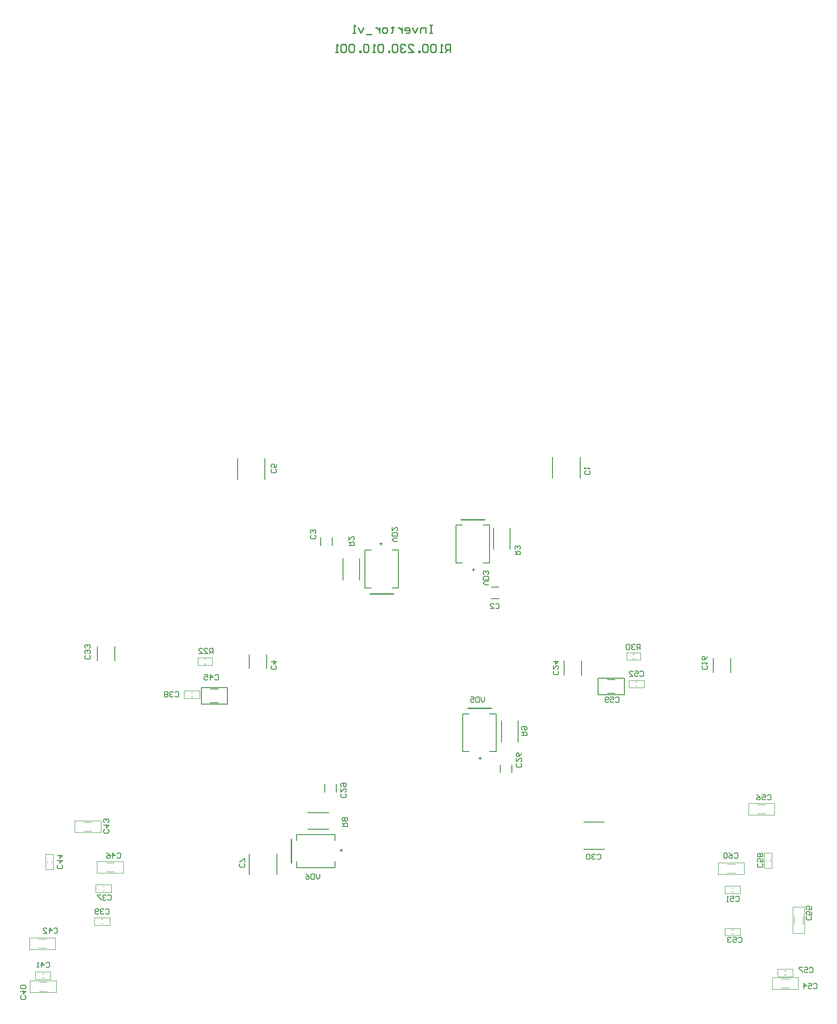
<source format=gbo>
%FSTAX23Y23*%
%MOIN*%
%SFA1B1*%

%IPPOS*%
%ADD59C,0.009800*%
%ADD60C,0.005000*%
%ADD62C,0.010000*%
%ADD63C,0.007900*%
%ADD65C,0.006000*%
%ADD67C,0.003900*%
%ADD68C,0.005900*%
%LNr100.230.010.000-00_invertor-1*%
%LPD*%
G54D59*
X03346Y07517D02*
Y07576D01*
X03316*
X03307Y07566*
Y07547*
X03316Y07537*
X03346*
X03326D02*
X03307Y07517D01*
X03287D02*
X03267D01*
X03277*
Y07576*
X03287Y07566*
X03238D02*
X03228Y07576D01*
X03208*
X03198Y07566*
Y07527*
X03208Y07517*
X03228*
X03238Y07527*
Y07566*
X03179D02*
X03169Y07576D01*
X03149*
X03139Y07566*
Y07527*
X03149Y07517*
X03169*
X03179Y07527*
Y07566*
X0312Y07517D02*
Y07527D01*
X0311*
Y07517*
X0312*
X03031D02*
X03071D01*
X03031Y07557*
Y07566*
X03041Y07576*
X03061*
X03071Y07566*
X03011D02*
X03002Y07576D01*
X02982*
X02972Y07566*
Y07557*
X02982Y07547*
X02992*
X02982*
X02972Y07537*
Y07527*
X02982Y07517*
X03002*
X03011Y07527*
X02952Y07566D02*
X02943Y07576D01*
X02923*
X02913Y07566*
Y07527*
X02923Y07517*
X02943*
X02952Y07527*
Y07566*
X02893Y07517D02*
Y07527D01*
X02884*
Y07517*
X02893*
X02844Y07566D02*
X02834Y07576D01*
X02815*
X02805Y07566*
Y07527*
X02815Y07517*
X02834*
X02844Y07527*
Y07566*
X02785Y07517D02*
X02765D01*
X02775*
Y07576*
X02785Y07566*
X02736D02*
X02726Y07576D01*
X02706*
X02697Y07566*
Y07527*
X02706Y07517*
X02726*
X02736Y07527*
Y07566*
X02677Y07517D02*
Y07527D01*
X02667*
Y07517*
X02677*
X02628Y07566D02*
X02618Y07576D01*
X02598*
X02588Y07566*
Y07527*
X02598Y07517*
X02618*
X02628Y07527*
Y07566*
X02569D02*
X02559Y07576D01*
X02539*
X02529Y07566*
Y07527*
X02539Y07517*
X02559*
X02569Y07527*
Y07566*
X0251Y07517D02*
X0249D01*
X025*
Y07576*
X0251Y07566*
X03211Y07721D02*
X03191D01*
X03201*
Y07662*
X03211*
X03191*
X03161D02*
Y07701D01*
X03132*
X03122Y07691*
Y07662*
X03102Y07701D02*
X03083Y07662D01*
X03063Y07701*
X03014Y07662D02*
X03034D01*
X03043Y07671*
Y07691*
X03034Y07701*
X03014*
X03004Y07691*
Y07681*
X03043*
X02984Y07701D02*
Y07662D01*
Y07681*
X02974Y07691*
X02965Y07701*
X02955*
X02915Y07711D02*
Y07701D01*
X02925*
X02906*
X02915*
Y07671*
X02906Y07662*
X02866D02*
X02847D01*
X02837Y07671*
Y07691*
X02847Y07701*
X02866*
X02876Y07691*
Y07671*
X02866Y07662*
X02817Y07701D02*
Y07662D01*
Y07681*
X02807Y07691*
X02797Y07701*
X02788*
X02758Y07652D02*
X02719D01*
X02699Y07701D02*
X02679Y07662D01*
X0266Y07701*
X0264Y07662D02*
X0262D01*
X0263*
Y07721*
X0264Y07711*
G54D60*
X01487Y02778D02*
X01682D01*
X01487Y02655D02*
Y02778D01*
Y02655D02*
X01682D01*
Y02778*
X04449Y02723D02*
X04644D01*
Y02846*
X04449D02*
X04644D01*
X04449Y02723D02*
Y02846D01*
G54D62*
X02746Y03477D02*
X02923D01*
X03425Y04032D02*
X03602D01*
X03474Y02625D02*
X03651D01*
X02158Y0147D02*
Y01647D01*
G54D63*
X02912Y03519D02*
X02958D01*
X02912Y03803D02*
X02958D01*
X0271Y03519D02*
X02756D01*
X0271Y03803D02*
X02756D01*
X02958Y03519D02*
Y03803D01*
X0271Y03519D02*
Y03803D01*
X03389Y0399D02*
X03436D01*
X03389Y03706D02*
X03436D01*
X03591Y0399D02*
X03637D01*
X03591Y03706D02*
X03637D01*
X03389D02*
Y0399D01*
X03637Y03706D02*
Y0399D01*
X03439Y02582D02*
X03485D01*
X03439Y02299D02*
X03485D01*
X0364Y02582D02*
X03687D01*
X0364Y02299D02*
X03687D01*
X03439D02*
Y02582D01*
X03687Y02299D02*
Y02582D01*
X022Y01434D02*
Y01481D01*
X02484Y01434D02*
Y01481D01*
X022Y01636D02*
Y01682D01*
X02484Y01636D02*
Y01682D01*
X022Y01434D02*
X02484D01*
X022Y01682D02*
X02484D01*
X01555Y02665D02*
X01614D01*
X01555Y02767D02*
X01614D01*
X04517Y02836D02*
X04576D01*
X04517Y02734D02*
X04576D01*
X03651Y03527D02*
X0371D01*
X03651Y0344D02*
X0371D01*
X02464Y03837D02*
Y03896D01*
X02378Y03837D02*
Y03896D01*
X03805Y02143D02*
Y02202D01*
X03718Y02143D02*
Y02202D01*
X02407Y01998D02*
Y02057D01*
X02494Y01998D02*
Y02057D01*
X00712Y02978D02*
Y03084D01*
X00842Y02978D02*
Y03084D01*
X01844Y02919D02*
Y03025D01*
X01974Y02919D02*
Y03025D01*
X05309Y02889D02*
Y02996D01*
X05439Y02889D02*
Y02996D01*
X04196Y0287D02*
Y02976D01*
X04326Y0287D02*
Y02976D01*
X01846Y01384D02*
Y01538D01*
X02051Y01384D02*
Y01538D01*
X01757Y04332D02*
Y04486D01*
X01962Y04332D02*
Y04486D01*
X0411Y04342D02*
Y04496D01*
X04315Y04342D02*
Y04496D01*
X04342Y0157D02*
X04496D01*
X04342Y01775D02*
X04496D01*
X02546Y03582D02*
Y0374D01*
X02669Y03582D02*
Y0374D01*
X03791Y03809D02*
Y03966D01*
X03668Y03809D02*
Y03966D01*
X02283Y01843D02*
X0244D01*
X02283Y01719D02*
X0244D01*
X03851Y02372D02*
Y02529D01*
X03727Y02372D02*
Y02529D01*
G54D65*
X02829Y03861D02*
Y03841D01*
X02819Y03851D02*
X02839D01*
X03518Y03648D02*
Y03668D01*
X03528Y03658D02*
X03508D01*
X03567Y02241D02*
Y02261D01*
X03577Y02251D02*
X03557D01*
X02542Y01563D02*
X02522D01*
X02532Y01573D02*
Y01553D01*
G54D67*
X05734Y0148D02*
Y01492D01*
X05702Y0148D02*
Y01492D01*
X0569Y01429D02*
X05746D01*
X0569D02*
Y01543D01*
X05746*
Y01429D02*
Y01543D01*
X0584Y00665D02*
X05852D01*
X0584Y00633D02*
X05852D01*
X05903Y00622D02*
Y00677D01*
X05789Y00622D02*
X05903D01*
X05789D02*
Y00677D01*
X05903*
X05446Y0097D02*
X05458D01*
X05446Y00939D02*
X05458D01*
X05509Y00927D02*
Y00982D01*
X05395Y00927D02*
X05509D01*
X05395D02*
Y00982D01*
X05509*
X04728Y0282D02*
X0474D01*
X04728Y02789D02*
X0474D01*
X04791Y02777D02*
Y02832D01*
X04677Y02777D02*
X04791D01*
X04677D02*
Y02832D01*
X04791*
X05446Y01285D02*
X05458D01*
X05446Y01253D02*
X05458D01*
X05509Y01242D02*
Y01297D01*
X05395Y01242D02*
X05509D01*
X05395D02*
Y01297D01*
X05509*
X0037Y0147D02*
Y01482D01*
X00338Y0147D02*
Y01482D01*
X00326Y01419D02*
X00381D01*
X00326D02*
Y01533D01*
X00381*
Y01419D02*
Y01533D01*
X00299Y00614D02*
X00311D01*
X00299Y00645D02*
X00311D01*
X00248Y00602D02*
Y00657D01*
X00362*
Y00602D02*
Y00657D01*
X00248Y00602D02*
X00362D01*
X00742Y01049D02*
X00753D01*
X00742Y01017D02*
X00753D01*
X00805Y01005D02*
Y01061D01*
X0069Y01005D02*
X00805D01*
X0069D02*
Y01061D01*
X00805*
X01411Y0271D02*
X01423D01*
X01411Y02742D02*
X01423D01*
X0136Y02698D02*
Y02753D01*
X01474*
Y02698D02*
Y02753D01*
X0136Y02698D02*
X01474D01*
X00752Y01295D02*
X00763D01*
X00752Y01263D02*
X00763D01*
X00815Y01252D02*
Y01307D01*
X007Y01252D02*
X00815D01*
X007D02*
Y01307D01*
X00815*
X0061Y01775D02*
X00669D01*
X0061Y01708D02*
X00669D01*
X00737Y01698D02*
Y01785D01*
X00542Y01698D02*
X00737D01*
X00542D02*
Y01785D01*
X00737*
X05413Y0146D02*
X05472D01*
X05413Y01393D02*
X05472D01*
X0554Y01383D02*
Y0147D01*
X05345Y01383D02*
X0554D01*
X05345D02*
Y0147D01*
X0554*
X05639Y01903D02*
X05698D01*
X05639Y01836D02*
X05698D01*
X05766Y01826D02*
Y01913D01*
X05571Y01826D02*
X05766D01*
X05571D02*
Y01913D01*
X05766*
X05911Y01013D02*
Y01072D01*
X05978Y01013D02*
Y01072D01*
X05901Y0114D02*
X05988D01*
Y00945D02*
Y0114D01*
X05901Y00945D02*
X05988D01*
X05901D02*
Y0114D01*
X05816Y00604D02*
X05876D01*
X05816Y00537D02*
X05876D01*
X05943Y00527D02*
Y00614D01*
X05749Y00527D02*
X05943D01*
X05749D02*
Y00614D01*
X05943*
X00777Y0147D02*
X00836D01*
X00777Y01403D02*
X00836D01*
X00904Y01393D02*
Y0148D01*
X00709Y01393D02*
X00904D01*
X00709D02*
Y0148D01*
X00904*
X00273Y00835D02*
X00332D01*
X00273Y00902D02*
X00332D01*
X00205Y00825D02*
Y00912D01*
X004*
Y00825D02*
Y00912D01*
X00205Y00825D02*
X004D01*
X00277Y00512D02*
X00336D01*
X00277Y00579D02*
X00336D01*
X00209Y00503D02*
Y00589D01*
X00404*
Y00503D02*
Y00589D01*
X00209Y00503D02*
X00404D01*
X04662Y03038D02*
X04766D01*
X04662Y02985D02*
Y03038D01*
Y02985D02*
X04766D01*
Y03038*
X0471Y03028D02*
X04718D01*
X04706Y02995D02*
X04722D01*
X04718Y03028D02*
X04722D01*
X04706D02*
X0471D01*
X01463Y02999D02*
X01567D01*
X01463Y02945D02*
Y02999D01*
Y02945D02*
X01567D01*
Y02999*
X01511Y02989D02*
X01519D01*
X01507Y02955D02*
X01523D01*
X01519Y02989D02*
X01523D01*
X01507D02*
X01511D01*
G54D68*
X02372Y01387D02*
Y01361D01*
X02358Y01348*
X02345Y01361*
Y01387*
X02332D02*
Y01348D01*
X02313*
X02306Y01355*
Y01381*
X02313Y01387*
X02332*
X02267D02*
X0228Y01381D01*
X02293Y01368*
Y01355*
X02286Y01348*
X02273*
X02267Y01355*
Y01361*
X02273Y01368*
X02293*
X03602Y02706D02*
Y0268D01*
X03589Y02667*
X03576Y0268*
Y02706*
X03563D02*
Y02667D01*
X03543*
X03536Y02673*
Y027*
X03543Y02706*
X03563*
X03497D02*
X03523D01*
Y02687*
X0351Y02693*
X03504*
X03497Y02687*
Y02673*
X03504Y02667*
X03517*
X03523Y02673*
X03631Y03543D02*
X03605D01*
X03592Y03556*
X03605Y03569*
X03631*
Y03582D02*
X03592D01*
Y03602*
X03599Y03608*
X03625*
X03631Y03602*
Y03582*
X03625Y03622D02*
X03631Y03628D01*
Y03641*
X03625Y03648*
X03618*
X03612Y03641*
Y03635*
Y03641*
X03605Y03648*
X03599*
X03592Y03641*
Y03628*
X03599Y03622*
X02952Y03868D02*
X02926D01*
X02913Y03881*
X02926Y03894*
X02952*
Y03907D02*
X02913D01*
Y03927*
X02919Y03933*
X02946*
X02952Y03927*
Y03907*
X02913Y03973D02*
Y03946D01*
X02939Y03973*
X02946*
X02952Y03966*
Y03953*
X02946Y03946*
X03878Y02421D02*
X03917D01*
Y0244*
X0391Y02447*
X03897*
X03891Y0244*
Y02421*
Y02434D02*
X03878Y02447D01*
X03884Y0246D02*
X03878Y02467D01*
Y0248*
X03884Y02486*
X0391*
X03917Y0248*
Y02467*
X0391Y0246*
X03904*
X03897Y02467*
Y02486*
X02539Y01742D02*
X02578D01*
Y01761*
X02572Y01768*
X02559*
X02552Y01761*
Y01742*
Y01755D02*
X02539Y01768D01*
X02572Y01781D02*
X02578Y01788D01*
Y01801*
X02572Y01807*
X02565*
X02559Y01801*
X02552Y01807*
X02545*
X02539Y01801*
Y01788*
X02545Y01781*
X02552*
X02559Y01788*
X02565Y01781*
X02572*
X02559Y01788D02*
Y01801D01*
X03828Y03769D02*
X03868D01*
Y03789*
X03861Y03795*
X03848*
X03841Y03789*
Y03769*
Y03782D02*
X03828Y03795D01*
X03861Y03809D02*
X03868Y03815D01*
Y03828*
X03861Y03835*
X03855*
X03848Y03828*
Y03822*
Y03828*
X03841Y03835*
X03835*
X03828Y03828*
Y03815*
X03835Y03809*
X02588Y03838D02*
X02627D01*
Y03858*
X02621Y03864*
X02608*
X02601Y03858*
Y03838*
Y03851D02*
X02588Y03864D01*
Y03904D02*
Y03877D01*
X02614Y03904*
X02621*
X02627Y03897*
Y03884*
X02621Y03877*
X04442Y01528D02*
X04448Y01535D01*
X04461*
X04468Y01528*
Y01502*
X04461Y01496*
X04448*
X04442Y01502*
X04429Y01528D02*
X04422Y01535D01*
X04409*
X04402Y01528*
Y01522*
X04409Y01515*
X04416*
X04409*
X04402Y01509*
Y01502*
X04409Y01496*
X04422*
X04429Y01502*
X04389Y01528D02*
X04383Y01535D01*
X0437*
X04363Y01528*
Y01502*
X0437Y01496*
X04383*
X04389Y01502*
Y01528*
X02562Y01984D02*
X02568Y01978D01*
Y01965*
X02562Y01958*
X02536*
X02529Y01965*
Y01978*
X02536Y01984*
X02529Y02024D02*
Y01998D01*
X02555Y02024*
X02562*
X02568Y02017*
Y02004*
X02562Y01998*
X02536Y02037D02*
X02529Y02043D01*
Y02057*
X02536Y02063*
X02562*
X02568Y02057*
Y02043*
X02562Y02037*
X02555*
X02549Y02043*
Y02063*
X03871Y02211D02*
X03877Y02204D01*
Y02191*
X03871Y02185*
X03845*
X03838Y02191*
Y02204*
X03845Y02211*
X03838Y0225D02*
Y02224D01*
X03864Y0225*
X03871*
X03877Y02244*
Y02231*
X03871Y02224*
X03877Y0229D02*
X03871Y02276D01*
X03858Y02263*
X03845*
X03838Y0227*
Y02283*
X03845Y0229*
X03851*
X03858Y02283*
Y02263*
X04147Y029D02*
X04153Y02893D01*
Y0288*
X04147Y02874*
X0412*
X04114Y0288*
Y02893*
X0412Y029*
X04114Y02939D02*
Y02913D01*
X0414Y02939*
X04147*
X04153Y02933*
Y02919*
X04147Y02913*
X04114Y02972D02*
X04153D01*
X04133Y02952*
Y02979*
X05259Y02939D02*
X05265Y02933D01*
Y02919*
X05259Y02913*
X05232*
X05226Y02919*
Y02933*
X05232Y02939*
X05226Y02952D02*
Y02965D01*
Y02959*
X05265*
X05259Y02952*
X05265Y03011D02*
X05259Y02998D01*
X05246Y02985*
X05232*
X05226Y02992*
Y03005*
X05232Y03011*
X05239*
X05246Y03005*
Y02985*
X0204Y02939D02*
X02047Y02933D01*
Y02919*
X0204Y02913*
X02014*
X02007Y02919*
Y02933*
X02014Y02939*
X02007Y02972D02*
X02047D01*
X02027Y02952*
Y02979*
X02335Y03914D02*
X02342Y03907D01*
Y03894*
X02335Y03887*
X02309*
X02303Y03894*
Y03907*
X02309Y03914*
X02335Y03927D02*
X02342Y03933D01*
Y03946*
X02335Y03953*
X02329*
X02322Y03946*
Y0394*
Y03946*
X02316Y03953*
X02309*
X02303Y03946*
Y03933*
X02309Y03927*
X03684Y03398D02*
X03691Y03405D01*
X03704*
X0371Y03398*
Y03372*
X03704Y03366*
X03691*
X03684Y03372*
X03645Y03366D02*
X03671D01*
X03645Y03392*
Y03398*
X03651Y03405*
X03664*
X03671Y03398*
X04383Y04394D02*
X04389Y04387D01*
Y04374*
X04383Y04368*
X04357*
X0435Y04374*
Y04387*
X04357Y04394*
X0435Y04407D02*
Y0442D01*
Y04414*
X04389*
X04383Y04407*
X00652Y03018D02*
X00659Y03011D01*
Y02998*
X00652Y02992*
X00626*
X0062Y02998*
Y03011*
X00626Y03018*
X00652Y03031D02*
X00659Y03038D01*
Y03051*
X00652Y03057*
X00646*
X00639Y03051*
Y03044*
Y03051*
X00633Y03057*
X00626*
X0062Y03051*
Y03038*
X00626Y03031*
X00652Y0307D02*
X00659Y03077D01*
Y0309*
X00652Y03097*
X00646*
X00639Y0309*
Y03084*
Y0309*
X00633Y03097*
X00626*
X0062Y0309*
Y03077*
X00626Y0307*
X0079Y01223D02*
X00797Y0123D01*
X0081*
X00816Y01223*
Y01197*
X0081Y0119*
X00797*
X0079Y01197*
X00777Y01223D02*
X00771Y0123D01*
X00757*
X00751Y01223*
Y01217*
X00757Y0121*
X00764*
X00757*
X00751Y01204*
Y01197*
X00757Y0119*
X00771*
X00777Y01197*
X00738Y0123D02*
X00712D01*
Y01223*
X00738Y01197*
Y0119*
X01292Y02739D02*
X01299Y02746D01*
X01312*
X01318Y02739*
Y02713*
X01312Y02706*
X01299*
X01292Y02713*
X01279Y02739D02*
X01273Y02746D01*
X01259*
X01253Y02739*
Y02732*
X01259Y02726*
X01266*
X01259*
X01253Y02719*
Y02713*
X01259Y02706*
X01273*
X01279Y02713*
X0124Y02739D02*
X01233Y02746D01*
X0122*
X01213Y02739*
Y02732*
X0122Y02726*
X01213Y02719*
Y02713*
X0122Y02706*
X01233*
X0124Y02713*
Y02719*
X01233Y02726*
X0124Y02732*
Y02739*
X01233Y02726D02*
X0122D01*
X00774Y01121D02*
X00781Y01127D01*
X00794*
X008Y01121*
Y01095*
X00794Y01088*
X00781*
X00774Y01095*
X00761Y01121D02*
X00754Y01127D01*
X00741*
X00735Y01121*
Y01114*
X00741Y01108*
X00748*
X00741*
X00735Y01101*
Y01095*
X00741Y01088*
X00754*
X00761Y01095*
X00722D02*
X00715Y01088D01*
X00702*
X00695Y01095*
Y01121*
X00702Y01127*
X00715*
X00722Y01121*
Y01114*
X00715Y01108*
X00695*
X0017Y00479D02*
X00177Y00472D01*
Y00459*
X0017Y00452*
X00144*
X00137Y00459*
Y00472*
X00144Y00479*
X00137Y00511D02*
X00177D01*
X00157Y00492*
Y00518*
X0017Y00531D02*
X00177Y00538D01*
Y00551*
X0017Y00557*
X00144*
X00137Y00551*
Y00538*
X00144Y00531*
X0017*
X00328Y00721D02*
X00334Y00728D01*
X00347*
X00354Y00721*
Y00695*
X00347Y00689*
X00334*
X00328Y00695*
X00295Y00689D02*
Y00728D01*
X00315Y00708*
X00288*
X00275Y00689D02*
X00262D01*
X00269*
Y00728*
X00275Y00721*
X00387Y00977D02*
X00393Y00984D01*
X00406*
X00413Y00977*
Y00951*
X00406Y00944*
X00393*
X00387Y00951*
X00354Y00944D02*
Y00984D01*
X00374Y00964*
X00347*
X00308Y00944D02*
X00334D01*
X00308Y00971*
Y00977*
X00315Y00984*
X00328*
X00334Y00977*
X00446Y01453D02*
X00452Y01446D01*
Y01433*
X00446Y01427*
X00419*
X00413Y01433*
Y01446*
X00419Y01453*
X00413Y01486D02*
X00452D01*
X00433Y01466*
Y01492*
X00413Y01525D02*
X00452D01*
X00433Y01505*
Y01532*
X00859Y01536D02*
X00866Y01543D01*
X00879*
X00885Y01536*
Y0151*
X00879Y01503*
X00866*
X00859Y0151*
X00826Y01503D02*
Y01543D01*
X00846Y01523*
X0082*
X0078Y01543D02*
X00794Y01536D01*
X00807Y01523*
Y0151*
X008Y01503*
X00787*
X0078Y0151*
Y01517*
X00787Y01523*
X00807*
X05475Y01213D02*
X05482Y0122D01*
X05495*
X05502Y01213*
Y01187*
X05495Y01181*
X05482*
X05475Y01187*
X05436Y0122D02*
X05462D01*
Y012*
X05449Y01207*
X05442*
X05436Y012*
Y01187*
X05442Y01181*
X05456*
X05462Y01187*
X05423Y01181D02*
X0541D01*
X05416*
Y0122*
X05423Y01213*
X0476Y02893D02*
X04767Y029D01*
X0478*
X04787Y02893*
Y02867*
X0478Y0286*
X04767*
X0476Y02867*
X04721Y029D02*
X04747D01*
Y0288*
X04734Y02886*
X04728*
X04721Y0288*
Y02867*
X04728Y0286*
X04741*
X04747Y02867*
X04682Y0286D02*
X04708D01*
X04682Y02886*
Y02893*
X04688Y029*
X04701*
X04708Y02893*
X05495Y00908D02*
X05502Y00915D01*
X05515*
X05521Y00908*
Y00882*
X05515Y00876*
X05502*
X05495Y00882*
X05456Y00915D02*
X05482D01*
Y00895*
X05469Y00902*
X05462*
X05456Y00895*
Y00882*
X05462Y00876*
X05475*
X05482Y00882*
X05442Y00908D02*
X05436Y00915D01*
X05423*
X05416Y00908*
Y00902*
X05423Y00895*
X05429*
X05423*
X05416Y00889*
Y00882*
X05423Y00876*
X05436*
X05442Y00882*
X06056Y00564D02*
X06063Y0057D01*
X06076*
X06082Y00564*
Y00538*
X06076Y00531*
X06063*
X06056Y00538*
X06017Y0057D02*
X06043D01*
Y00551*
X0603Y00557*
X06023*
X06017Y00551*
Y00538*
X06023Y00531*
X06036*
X06043Y00538*
X05984Y00531D02*
Y0057D01*
X06004Y00551*
X05977*
X06036Y01069D02*
X06043Y01063D01*
Y01049*
X06036Y01043*
X0601*
X06003Y01049*
Y01063*
X0601Y01069*
X06043Y01108D02*
Y01082D01*
X06023*
X0603Y01095*
Y01102*
X06023Y01108*
X0601*
X06003Y01102*
Y01089*
X0601Y01082*
X06043Y01148D02*
Y01122D01*
X06023*
X0603Y01135*
Y01141*
X06023Y01148*
X0601*
X06003Y01141*
Y01128*
X0601Y01122*
X05712Y01971D02*
X05718Y01978D01*
X05731*
X05738Y01971*
Y01945*
X05731Y01939*
X05718*
X05712Y01945*
X05672Y01978D02*
X05698D01*
Y01958*
X05685Y01965*
X05679*
X05672Y01958*
Y01945*
X05679Y01939*
X05692*
X05698Y01945*
X05633Y01978D02*
X05646Y01971D01*
X05659Y01958*
Y01945*
X05652Y01939*
X05639*
X05633Y01945*
Y01952*
X05639Y01958*
X05659*
X06026Y00682D02*
X06033Y00689D01*
X06046*
X06053Y00682*
Y00656*
X06046Y00649*
X06033*
X06026Y00656*
X05987Y00689D02*
X06013D01*
Y00669*
X06Y00675*
X05994*
X05987Y00669*
Y00656*
X05994Y00649*
X06007*
X06013Y00656*
X05974Y00689D02*
X05948D01*
Y00682*
X05974Y00656*
Y00649*
X05672Y01463D02*
X05679Y01456D01*
Y01443*
X05672Y01437*
X05646*
X05639Y01443*
Y01456*
X05646Y01463*
X05679Y01502D02*
Y01476D01*
X05659*
X05666Y01489*
Y01496*
X05659Y01502*
X05646*
X05639Y01496*
Y01482*
X05646Y01476*
X05672Y01515D02*
X05679Y01522D01*
Y01535*
X05672Y01542*
X05666*
X05659Y01535*
X05652Y01542*
X05646*
X05639Y01535*
Y01522*
X05646Y01515*
X05652*
X05659Y01522*
X05666Y01515*
X05672*
X05659Y01522D02*
Y01535D01*
X0458Y027D02*
X04586Y02706D01*
X04599*
X04606Y027*
Y02673*
X04599Y02667*
X04586*
X0458Y02673*
X0454Y02706D02*
X04566D01*
Y02687*
X04553Y02693*
X04547*
X0454Y02687*
Y02673*
X04547Y02667*
X0456*
X04566Y02673*
X04527D02*
X04521Y02667D01*
X04507*
X04501Y02673*
Y027*
X04507Y02706*
X04521*
X04527Y027*
Y02693*
X04521Y02687*
X04501*
X05465Y01538D02*
X05472Y01545D01*
X05485*
X05492Y01538*
Y01512*
X05485Y01505*
X05472*
X05465Y01512*
X05426Y01545D02*
X05439Y01538D01*
X05452Y01525*
Y01512*
X05446Y01505*
X05433*
X05426Y01512*
Y01519*
X05433Y01525*
X05452*
X05413Y01538D02*
X05406Y01545D01*
X05393*
X05387Y01538*
Y01512*
X05393Y01505*
X05406*
X05413Y01512*
Y01538*
X01574Y03031D02*
Y0307D01*
X01555*
X01548Y03064*
Y03051*
X01555Y03044*
X01574*
X01561D02*
X01548Y03031D01*
X01509D02*
X01535D01*
X01509Y03057*
Y03064*
X01515Y0307*
X01528*
X01535Y03064*
X01469Y03031D02*
X01496D01*
X01469Y03057*
Y03064*
X01476Y0307*
X01489*
X01496Y03064*
X04763Y03061D02*
Y031D01*
X04744*
X04737Y03093*
Y0308*
X04744Y03074*
X04763*
X0475D02*
X04737Y03061D01*
X04724Y03093D02*
X04717Y031D01*
X04704*
X04698Y03093*
Y03087*
X04704Y0308*
X04711*
X04704*
X04698Y03074*
Y03067*
X04704Y03061*
X04717*
X04724Y03067*
X04685Y03093D02*
X04678Y031D01*
X04665*
X04658Y03093*
Y03067*
X04665Y03061*
X04678*
X04685Y03067*
Y03093*
X0079Y01719D02*
X00797Y01712D01*
Y01699*
X0079Y01692*
X00764*
X00757Y01699*
Y01712*
X00764Y01719*
X00757Y01751D02*
X00797D01*
X00777Y01732*
Y01758*
X0079Y01771D02*
X00797Y01778D01*
Y01791*
X0079Y01797*
X00784*
X00777Y01791*
Y01784*
Y01791*
X00771Y01797*
X00764*
X00757Y01791*
Y01778*
X00764Y01771*
X01587Y02867D02*
X01594Y02874D01*
X01607*
X01614Y02867*
Y02841*
X01607Y02834*
X01594*
X01587Y02841*
X01555Y02834D02*
Y02874D01*
X01574Y02854*
X01548*
X01509Y02874D02*
X01535D01*
Y02854*
X01522Y0286*
X01515*
X01509Y02854*
Y02841*
X01515Y02834*
X01528*
X01535Y02841*
X0204Y04406D02*
X02047Y04399D01*
Y04386*
X0204Y04379*
X02014*
X02007Y04386*
Y04399*
X02014Y04406*
X02047Y04445D02*
Y04419D01*
X02027*
X02034Y04432*
Y04439*
X02027Y04445*
X02014*
X02007Y04439*
Y04425*
X02014Y04419*
X01804Y01463D02*
X01811Y01456D01*
Y01443*
X01804Y01437*
X01778*
X01771Y01443*
Y01456*
X01778Y01463*
X01811Y01476D02*
Y01502D01*
X01804*
X01778Y01476*
X01771*
M02*
</source>
